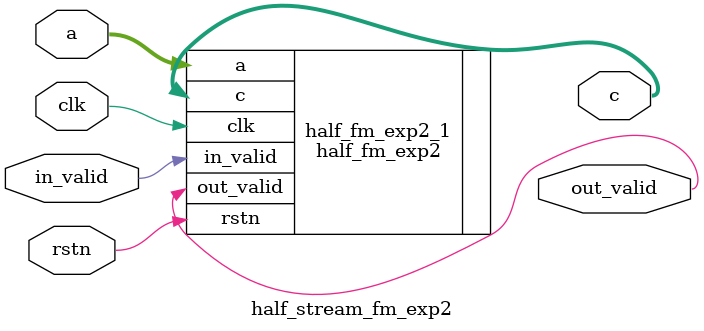
<source format=sv>
/* verilator lint_off WIDTHEXPAND */

module half_stream_fm_exp2
#(
parameter BITS = 16,
parameter LENGTH = 10
)
(
input rstn,
input clk,
input in_valid,
input [BITS-1:0] a,
output logic out_valid,
output logic [BITS-1:0] c
);

half_fm_exp2
half_fm_exp2_1
(
.rstn,
.clk,
.in_valid,
.a,
.out_valid,
.c
);

endmodule

</source>
